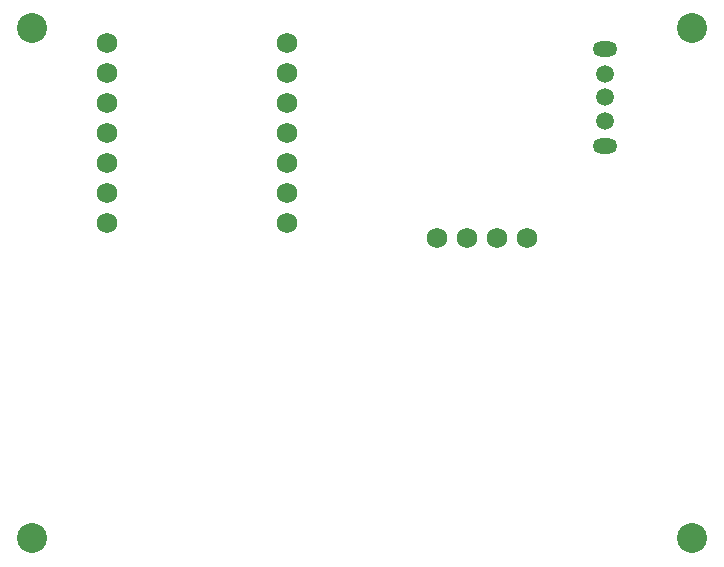
<source format=gbr>
%TF.GenerationSoftware,KiCad,Pcbnew,9.0.4*%
%TF.CreationDate,2026-02-16T08:56:39-05:00*%
%TF.ProjectId,destinationWeatherStation_v4-5,64657374-696e-4617-9469-6f6e57656174,03*%
%TF.SameCoordinates,PX6bcb370PY43d3480*%
%TF.FileFunction,Soldermask,Bot*%
%TF.FilePolarity,Negative*%
%FSLAX46Y46*%
G04 Gerber Fmt 4.6, Leading zero omitted, Abs format (unit mm)*
G04 Created by KiCad (PCBNEW 9.0.4) date 2026-02-16 08:56:39*
%MOMM*%
%LPD*%
G01*
G04 APERTURE LIST*
%ADD10C,2.540000*%
%ADD11C,1.750000*%
%ADD12O,2.100000X1.300000*%
%ADD13C,1.500000*%
G04 APERTURE END LIST*
D10*
%TO.C,H1*%
X3810000Y-3810000D03*
%TD*%
%TO.C,H4*%
X59690000Y-46990000D03*
%TD*%
D11*
%TO.C,U1*%
X10160000Y-5080000D03*
X10160000Y-7620000D03*
X10160000Y-10160000D03*
X10160000Y-12700000D03*
X10160000Y-15240000D03*
X10160000Y-17780000D03*
X10160000Y-20320000D03*
X25400000Y-20320000D03*
X25400000Y-17780000D03*
X25400000Y-15240000D03*
X25400000Y-12700000D03*
X25400000Y-10160000D03*
X25400000Y-7620000D03*
X25400000Y-5080000D03*
%TD*%
%TO.C,U3*%
X38100000Y-21590000D03*
X40640000Y-21590000D03*
X43180000Y-21590000D03*
X45720000Y-21590000D03*
%TD*%
D12*
%TO.C,SW1*%
X52324000Y-13752000D03*
X52324000Y-5552000D03*
D13*
X52324000Y-11652000D03*
X52324000Y-9652000D03*
X52324000Y-7652000D03*
%TD*%
D10*
%TO.C,H3*%
X3810000Y-46990000D03*
%TD*%
%TO.C,H2*%
X59690000Y-3810000D03*
%TD*%
M02*

</source>
